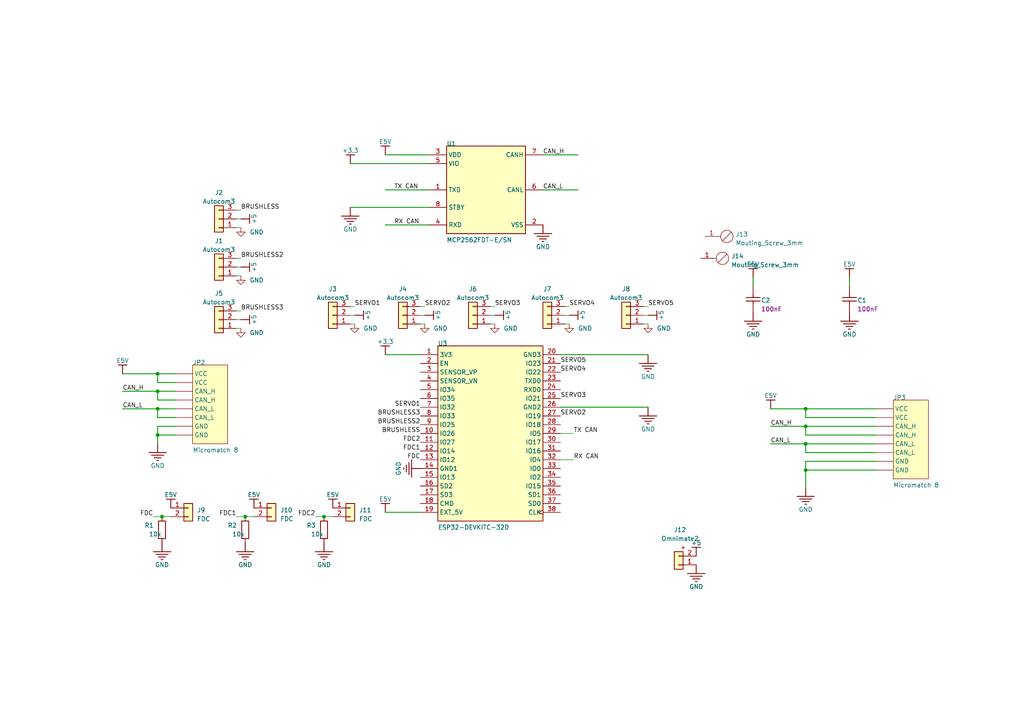
<source format=kicad_sch>
(kicad_sch (version 20230121) (generator eeschema)
  (paper "A4")
  (title_block (title "CaptCouleur") (rev "V0.0"))
  (lib_symbols
    (symbol "0_SymbGamelGe2:Autocom3" (pin_names (offset 1.016) hide)
      (property "Reference" "J" (at 0 5.08 0))
      (property "Value" "Autocom3" (at 0 -5.08 0))
      (symbol "Autocom3_1_1"
        (rectangle (start -1.27 -2.413) (end 0 -2.667) (stroke (width 0.1524)))
        (rectangle (start -1.27 0.127) (end 0 -0.127) (stroke (width 0.1524)))
        (rectangle (start -1.27 2.667) (end 0 2.413) (stroke (width 0.1524)))
        (rectangle (start -1.27 3.81) (end 1.27 -3.81) (stroke (width 0.254)) (fill (type background)))
        (pin passive line (at -5.08 2.54 0) (length 3.81) (name "Pin_1") (number "1"))
        (pin passive line (at -5.08 0 0) (length 3.81) (name "Pin_2") (number "2"))
        (pin passive line (at -5.08 -2.54 0) (length 3.81) (name "Pin_3") (number "3"))
      )
    )
    (symbol "0_SymbGamelGe2:Mouting_Screw_3mm" (pin_names (offset 1.016) hide)
      (property "Reference" "J" (at 0 2.54 0))
      (property "Value" "Mouting_Screw_3mm" (at 1.27 -2.54 0))
      (symbol "Mouting_Screw_3mm_0_1"
        (polyline (pts (xy 0 -1.27) (xy 2.54 1.27)))
        (circle (center 1.27 0) (radius 1.8034))
      )
      (symbol "Mouting_Screw_3mm_1_1"
        (polyline (pts (xy -1.27 0) (xy -0.508 0)) (stroke (width 0.1524)))
        (pin passive line (at -5.08 0 0) (length 3.81) (name "Pin_1") (number "1"))
      )
    )
    (symbol "0_SymbGamelGe2:Omnimate2" (pin_names (offset 1.016) hide)
      (property "Reference" "J" (at -1.27 2.54 0))
      (property "Value" "Omnimate2" (at 0 -5.08 0))
      (symbol "Omnimate2_0_0"
        (text "+" (at 1.27 2.54 0) (effects (font (size 1.27 1.27))))
      )
      (symbol "Omnimate2_1_1"
        (rectangle (start -1.27 1.27) (end 1.27 -3.81) (stroke (width 0.254)) (fill (type background)))
        (rectangle (start 0 -2.413) (end 1.27 -2.667) (stroke (width 0.1524)))
        (rectangle (start 0 0.127) (end 1.27 -0.127) (stroke (width 0.1524)))
        (pin passive line (at 5.08 -2.54 180) (length 3.81) (name "Pin_1") (number "1"))
        (pin passive line (at 5.08 0 180) (length 3.81) (name "Pin_2") (number "2"))
      )
    )
    (symbol "Schéma Carte Commande-altium-import:+5" (power)
      (property "Reference" "#PWR" (at 0 0 0))
      (property "Value" "+5" (at 0 3.81 0))
      (symbol "+5_0_0"
        (polyline (pts (xy -1.27 -2.54) (xy 1.27 -2.54)) (stroke (width 0.254)))
        (polyline (pts (xy 0 0) (xy 0 -2.54)) (stroke (width 0.254)))
        (pin power_in line (at 0 0 0) (length 0) hide (name "+5") (number ""))
      )
    )
    (symbol "Schéma Carte Commande-altium-import:GND" (power)
      (property "Reference" "#PWR" (at 0 0 0))
      (property "Value" "GND" (at 0 6.35 0))
      (symbol "GND_0_0"
        (polyline (pts (xy -2.54 -2.54) (xy 2.54 -2.54)) (stroke (width 0.254)))
        (polyline (pts (xy -1.778 -3.302) (xy 1.778 -3.302)) (stroke (width 0.254)))
        (polyline (pts (xy -1.016 -4.064) (xy 1.016 -4.064)) (stroke (width 0.254)))
        (polyline (pts (xy -0.254 -4.826) (xy 0.254 -4.826)) (stroke (width 0.254)))
        (polyline (pts (xy 0 0) (xy 0 -2.54)) (stroke (width 0.254)))
        (pin power_in line (at 0 0 0) (length 0) hide (name "GND") (number ""))
      )
    )
    (symbol "SymbGamelGe2_v6:Autocom2" (pin_names (offset 1.016) hide)
      (property "Reference" "J" (at 0 2.54 0))
      (property "Value" "Autocom2" (at 0 -5.08 0))
      (symbol "Autocom2_1_1"
        (rectangle (start -1.27 -2.413) (end 0 -2.667) (stroke (width 0.1524)))
        (rectangle (start -1.27 0.127) (end 0 -0.127) (stroke (width 0.1524)))
        (rectangle (start -1.27 1.27) (end 1.27 -3.81) (stroke (width 0.254)) (fill (type background)))
        (pin passive line (at -5.08 0 0) (length 3.81) (name "Pin_1") (number "1"))
        (pin passive line (at -5.08 -2.54 0) (length 3.81) (name "Pin_2") (number "2"))
      )
    )
    (symbol "SymbGamelGe2_v6:R" (pin_numbers hide) (pin_names (offset 0))
      (property "Reference" "R" (at 2.032 0 90))
      (property "Value" "R" (at 0 0 90))
      (symbol "R_0_1"
        (rectangle (start -1.016 -2.54) (end 1.016 2.54) (stroke (width 0.254)))
      )
      (symbol "R_1_1"
        (pin passive line (at 0 3.81 270) (length 1.27) (name "~") (number "1"))
        (pin passive line (at 0 -3.81 90) (length 1.27) (name "~") (number "2"))
      )
    )
    (symbol "WifiCAN-altium-import:+3,3" (power)
      (property "Reference" "#PWR" (at 0 0 0))
      (property "Value" "+3,3" (at 0 3.81 0))
      (symbol "+3,3_0_0"
        (polyline (pts (xy -1.27 -2.54) (xy 1.27 -2.54)) (stroke (width 0.254)))
        (polyline (pts (xy 0 0) (xy 0 -2.54)) (stroke (width 0.254)))
        (pin power_in line (at 0 0 0) (length 0) hide (name "+3,3") (number ""))
      )
    )
    (symbol "WifiCAN-altium-import:0_Conn. - CAN"
      (property "Value" "0_Conn. - CAN" (at 0 0 0))
      (symbol "0_Conn. - CAN_1_0"
        (rectangle (start 15.24 5.08) (end 5.08 -17.78) (fill (type background)))
        (pin passive line (at 0 0 0) (length 5.08) (name "VCC") (number "1"))
        (pin passive line (at 0 -12.7 0) (length 5.08) (name "GND") (number "2"))
        (pin passive line (at 0 -10.16 0) (length 5.08) (name "CAN_L") (number "3"))
        (pin passive line (at 0 -5.08 0) (length 5.08) (name "CAN_H") (number "4"))
        (pin passive line (at 0 -2.54 0) (length 5.08) (name "CAN_H") (number "5"))
        (pin passive line (at 0 -7.62 0) (length 5.08) (name "CAN_L") (number "6"))
        (pin passive line (at 0 -15.24 0) (length 5.08) (name "GND") (number "7"))
        (pin passive line (at 0 2.54 0) (length 5.08) (name "VCC") (number "8"))
      )
    )
    (symbol "WifiCAN-altium-import:0_ESP32-DEVKITC-32D"
      (property "Value" "0_ESP32-DEVKITC-32D" (at 0 0 0))
      (symbol "0_ESP32-DEVKITC-32D_1_0"
        (rectangle (start 15.24 25.4) (end -15.24 -25.4) (stroke (width 0.254)) (fill (type background)))
        (pin power_in line (at -20.32 22.86 0) (length 5.08) (name "3V3") (number "1"))
        (pin bidirectional line (at -20.32 0 0) (length 5.08) (name "IO26") (number "10"))
        (pin bidirectional line (at -20.32 -2.54 0) (length 5.08) (name "IO27") (number "11"))
        (pin bidirectional line (at -20.32 -5.08 0) (length 5.08) (name "IO14") (number "12"))
        (pin bidirectional line (at -20.32 -7.62 0) (length 5.08) (name "IO12") (number "13"))
        (pin power_in line (at -20.32 -10.16 0) (length 5.08) (name "GND1") (number "14"))
        (pin bidirectional line (at -20.32 -12.7 0) (length 5.08) (name "IO13") (number "15"))
        (pin bidirectional line (at -20.32 -15.24 0) (length 5.08) (name "SD2") (number "16"))
        (pin bidirectional line (at -20.32 -17.78 0) (length 5.08) (name "SD3") (number "17"))
        (pin bidirectional line (at -20.32 -20.32 0) (length 5.08) (name "CMD") (number "18"))
        (pin power_in line (at -20.32 -22.86 0) (length 5.08) (name "EXT_5V") (number "19"))
        (pin input line (at -20.32 20.32 0) (length 5.08) (name "EN") (number "2"))
        (pin power_in line (at 20.32 22.86 180) (length 5.08) (name "GND3") (number "20"))
        (pin bidirectional line (at 20.32 20.32 180) (length 5.08) (name "IO23") (number "21"))
        (pin bidirectional line (at 20.32 17.78 180) (length 5.08) (name "IO22") (number "22"))
        (pin output line (at 20.32 15.24 180) (length 5.08) (name "TXD0") (number "23"))
        (pin input line (at 20.32 12.7 180) (length 5.08) (name "RXD0") (number "24"))
        (pin bidirectional line (at 20.32 10.16 180) (length 5.08) (name "IO21") (number "25"))
        (pin power_in line (at 20.32 7.62 180) (length 5.08) (name "GND2") (number "26"))
        (pin bidirectional line (at 20.32 5.08 180) (length 5.08) (name "IO19") (number "27"))
        (pin bidirectional line (at 20.32 2.54 180) (length 5.08) (name "IO18") (number "28"))
        (pin bidirectional line (at 20.32 0 180) (length 5.08) (name "IO5") (number "29"))
        (pin input line (at -20.32 17.78 0) (length 5.08) (name "SENSOR_VP") (number "3"))
        (pin bidirectional line (at 20.32 -2.54 180) (length 5.08) (name "IO17") (number "30"))
        (pin bidirectional line (at 20.32 -5.08 180) (length 5.08) (name "IO16") (number "31"))
        (pin bidirectional line (at 20.32 -7.62 180) (length 5.08) (name "IO4") (number "32"))
        (pin bidirectional line (at 20.32 -10.16 180) (length 5.08) (name "IO0") (number "33"))
        (pin bidirectional line (at 20.32 -12.7 180) (length 5.08) (name "IO2") (number "34"))
        (pin bidirectional line (at 20.32 -15.24 180) (length 5.08) (name "IO15") (number "35"))
        (pin bidirectional line (at 20.32 -17.78 180) (length 5.08) (name "SD1") (number "36"))
        (pin bidirectional line (at 20.32 -20.32 180) (length 5.08) (name "SD0") (number "37"))
        (pin input clock (at 20.32 -22.86 180) (length 5.08) (name "CLK") (number "38"))
        (pin input line (at -20.32 15.24 0) (length 5.08) (name "SENSOR_VN") (number "4"))
        (pin bidirectional line (at -20.32 12.7 0) (length 5.08) (name "IO34") (number "5"))
        (pin bidirectional line (at -20.32 10.16 0) (length 5.08) (name "IO35") (number "6"))
        (pin bidirectional line (at -20.32 7.62 0) (length 5.08) (name "IO32") (number "7"))
        (pin bidirectional line (at -20.32 5.08 0) (length 5.08) (name "IO33") (number "8"))
        (pin bidirectional line (at -20.32 2.54 0) (length 5.08) (name "IO25") (number "9"))
      )
    )
    (symbol "WifiCAN-altium-import:0_fcb6c66e4429206983adab9201371df"
      (property "Value" "0_fcb6c66e4429206983adab9201371df" (at 0 0 0))
      (symbol "0_fcb6c66e4429206983adab9201371df_1_0"
        (rectangle (start 27.94 2.54) (end 5.08 -22.86) (stroke (width 0.254)) (fill (type background)))
        (pin input line (at 0 -10.16 0) (length 5.08) (name "TXD") (number "1"))
        (pin power_in line (at 33.02 -20.32 180) (length 5.08) (name "VSS") (number "2"))
        (pin power_in line (at 0 0 0) (length 5.08) (name "VDD") (number "3"))
        (pin output line (at 0 -20.32 0) (length 5.08) (name "RXD") (number "4"))
        (pin power_in line (at 0 -2.54 0) (length 5.08) (name "VIO") (number "5"))
        (pin bidirectional line (at 33.02 -10.16 180) (length 5.08) (name "CANL") (number "6"))
        (pin bidirectional line (at 33.02 0 180) (length 5.08) (name "CANH") (number "7"))
        (pin input line (at 0 -15.24 0) (length 5.08) (name "STBY") (number "8"))
      )
    )
    (symbol "WifiCAN-altium-import:1_Cap_np"
      (property "Value" "1_Cap_np" (at 0 0 0))
      (symbol "1_Cap_np_1_0"
        (polyline (pts (xy -2.032 4.318) (xy 2.032 4.318)) (stroke (width 0.254)))
        (polyline (pts (xy 0 2.54) (xy 0 3.302)) (stroke (width 0.254)))
        (polyline (pts (xy 0 5.08) (xy 0 4.318)) (stroke (width 0.254)))
        (polyline (pts (xy 2.032 3.302) (xy -2.032 3.302)) (stroke (width 0.254)))
        (pin passive line (at 0 0 90) (length 2.54) (name "1") (number "1"))
        (pin passive line (at 0 7.62 270) (length 2.54) (name "2") (number "2"))
      )
    )
    (symbol "WifiCAN-altium-import:E5V" (power)
      (property "Reference" "#PWR" (at 0 0 0))
      (property "Value" "E5V" (at 0 3.81 0))
      (symbol "E5V_0_0"
        (polyline (pts (xy -1.27 -2.54) (xy 1.27 -2.54)) (stroke (width 0.254)))
        (polyline (pts (xy 0 0) (xy 0 -2.54)) (stroke (width 0.254)))
        (pin power_in line (at 0 0 0) (length 0) hide (name "E5V") (number ""))
      )
    )
    (symbol "WifiCAN-altium-import:GND" (power)
      (property "Reference" "#PWR" (at 0 0 0))
      (property "Value" "GND" (at 0 6.35 0))
      (symbol "GND_0_0"
        (polyline (pts (xy -2.54 -2.54) (xy 2.54 -2.54)) (stroke (width 0.254)))
        (polyline (pts (xy -1.778 -3.302) (xy 1.778 -3.302)) (stroke (width 0.254)))
        (polyline (pts (xy -1.016 -4.064) (xy 1.016 -4.064)) (stroke (width 0.254)))
        (polyline (pts (xy -0.254 -4.826) (xy 0.254 -4.826)) (stroke (width 0.254)))
        (polyline (pts (xy 0 0) (xy 0 -2.54)) (stroke (width 0.254)))
        (pin power_in line (at 0 0 0) (length 0) hide (name "GND") (number ""))
      )
    )
    (symbol "power:GND" (power) (pin_names (offset 0))
      (property "Value" "GND" (at 0 -3.81 0))
      (symbol "GND_0_1"
        (polyline (pts (xy 0 0) (xy 0 -1.27) (xy 1.27 -1.27) (xy 0 -2.54) (xy -1.27 -1.27) (xy 0 -1.27)))
      )
      (symbol "GND_1_1"
        (pin power_in line (at 0 0 270) (length 0) hide (name "GND") (number "1"))
      )
    )
  )
  (junction (at 45.72 108.4072))
  (junction (at 233.68 118.5672))
  (junction (at 45.72 118.5672))
  (junction (at 233.68 123.6472))
  (junction (at 46.99 149.86))
  (junction (at 233.68 136.3472))
  (junction (at 71.12 149.86))
  (junction (at 45.72 113.4872))
  (junction (at 233.68 128.7272))
  (junction (at 45.72 126.1872))
  (junction (at 93.98 149.86))
  (wire (pts (xy 163.83 93.98) (xy 165.1 93.98)))
  (wire (pts (xy 111.76 44.9072) (xy 124.46 44.9072)) (stroke (width 0.254)))
  (wire (pts (xy 233.68 126.1872) (xy 233.68 123.6472)) (stroke (width 0.254)))
  (wire (pts (xy 45.72 123.6472) (xy 45.72 126.1872)) (stroke (width 0.254)))
  (wire (pts (xy 223.52 123.6472) (xy 233.68 123.6472)) (stroke (width 0.254)))
  (wire (pts (xy 46.99 149.86) (xy 49.53 149.86)))
  (wire (pts (xy 68.58 80.01) (xy 69.85 80.01)))
  (wire (pts (xy 121.92 93.98) (xy 123.19 93.98)))
  (wire (pts (xy 68.58 92.71) (xy 69.85 92.71)))
  (wire (pts (xy 233.68 121.1072) (xy 233.68 118.5672)) (stroke (width 0.254)))
  (wire (pts (xy 44.45 149.86) (xy 46.99 149.86)))
  (wire (pts (xy 101.6 91.44) (xy 102.87 91.44)))
  (wire (pts (xy 186.69 93.98) (xy 187.96 93.98)))
  (wire (pts (xy 45.72 108.4072) (xy 50.8 108.4072)) (stroke (width 0.254)))
  (wire (pts (xy 233.68 136.3472) (xy 233.68 141.4272)) (stroke (width 0.254)))
  (wire (pts (xy 246.38 80.4672) (xy 246.38 83.0072)) (stroke (width 0.254)))
  (wire (pts (xy 233.68 128.7272) (xy 254 128.7272)) (stroke (width 0.254)))
  (wire (pts (xy 121.92 91.44) (xy 123.19 91.44)))
  (wire (pts (xy 111.76 148.59) (xy 121.92 148.59)) (stroke (width 0.254)))
  (wire (pts (xy 233.68 123.6472) (xy 254 123.6472)) (stroke (width 0.254)))
  (wire (pts (xy 111.76 55.0672) (xy 124.46 55.0672)) (stroke (width 0.254)))
  (wire (pts (xy 45.72 126.1872) (xy 45.72 128.7272)) (stroke (width 0.254)))
  (wire (pts (xy 68.58 95.25) (xy 69.85 95.25)))
  (wire (pts (xy 254 126.1872) (xy 233.68 126.1872)) (stroke (width 0.254)))
  (wire (pts (xy 254 121.1072) (xy 233.68 121.1072)) (stroke (width 0.254)))
  (wire (pts (xy 35.56 108.4072) (xy 45.72 108.4072)) (stroke (width 0.254)))
  (wire (pts (xy 121.92 102.87) (xy 111.76 102.87)) (stroke (width 0.254)))
  (wire (pts (xy 68.58 63.5) (xy 69.85 63.5)))
  (wire (pts (xy 186.69 91.44) (xy 187.96 91.44)))
  (wire (pts (xy 101.6 47.4472) (xy 124.46 47.4472)) (stroke (width 0.254)))
  (wire (pts (xy 101.6 93.98) (xy 102.87 93.98)))
  (wire (pts (xy 163.83 91.44) (xy 165.1 91.44)))
  (wire (pts (xy 35.56 113.4872) (xy 45.72 113.4872)) (stroke (width 0.254)))
  (wire (pts (xy 68.58 77.47) (xy 69.85 77.47)))
  (wire (pts (xy 101.6 88.9) (xy 102.87 88.9)))
  (wire (pts (xy 101.6 60.1472) (xy 124.46 60.1472)) (stroke (width 0.254)))
  (wire (pts (xy 162.56 133.35) (xy 166.37 133.35)))
  (wire (pts (xy 91.44 149.86) (xy 93.98 149.86)))
  (wire (pts (xy 187.96 118.11) (xy 162.56 118.11)) (stroke (width 0.254)))
  (wire (pts (xy 142.24 91.44) (xy 143.51 91.44)))
  (wire (pts (xy 223.52 128.7272) (xy 233.68 128.7272)) (stroke (width 0.254)))
  (wire (pts (xy 121.92 88.9) (xy 123.19 88.9)))
  (wire (pts (xy 162.56 102.87) (xy 187.96 102.87)) (stroke (width 0.254)))
  (wire (pts (xy 162.56 125.73) (xy 166.37 125.73)))
  (wire (pts (xy 233.68 133.8072) (xy 233.68 136.3472)) (stroke (width 0.254)))
  (wire (pts (xy 254 131.2672) (xy 233.68 131.2672)) (stroke (width 0.254)))
  (wire (pts (xy 68.58 149.86) (xy 71.12 149.86)))
  (wire (pts (xy 93.98 149.86) (xy 96.52 149.86)))
  (wire (pts (xy 50.8 121.1072) (xy 45.72 121.1072)) (stroke (width 0.254)))
  (wire (pts (xy 186.69 88.9) (xy 187.96 88.9)))
  (wire (pts (xy 45.72 116.0272) (xy 45.72 113.4872)) (stroke (width 0.254)))
  (wire (pts (xy 50.8 116.0272) (xy 45.72 116.0272)) (stroke (width 0.254)))
  (wire (pts (xy 45.72 113.4872) (xy 50.8 113.4872)) (stroke (width 0.254)))
  (wire (pts (xy 35.56 118.5672) (xy 45.72 118.5672)) (stroke (width 0.254)))
  (wire (pts (xy 233.68 118.5672) (xy 254 118.5672)) (stroke (width 0.254)))
  (wire (pts (xy 50.8 126.1872) (xy 45.72 126.1872)) (stroke (width 0.254)))
  (wire (pts (xy 50.8 123.6472) (xy 45.72 123.6472)) (stroke (width 0.254)))
  (wire (pts (xy 50.8 110.9472) (xy 45.72 110.9472)) (stroke (width 0.254)))
  (wire (pts (xy 45.72 110.9472) (xy 45.72 108.4072)) (stroke (width 0.254)))
  (wire (pts (xy 68.58 90.17) (xy 69.85 90.17)))
  (wire (pts (xy 223.52 118.5672) (xy 233.68 118.5672)) (stroke (width 0.254)))
  (wire (pts (xy 233.68 131.2672) (xy 233.68 128.7272)) (stroke (width 0.254)))
  (wire (pts (xy 254 136.3472) (xy 233.68 136.3472)) (stroke (width 0.254)))
  (wire (pts (xy 218.44 80.4672) (xy 218.44 83.0072)) (stroke (width 0.254)))
  (wire (pts (xy 167.64 44.9072) (xy 157.48 44.9072)) (stroke (width 0.254)))
  (wire (pts (xy 163.83 88.9) (xy 165.1 88.9)))
  (wire (pts (xy 71.12 149.86) (xy 73.66 149.86)))
  (wire (pts (xy 142.24 88.9) (xy 143.51 88.9)))
  (wire (pts (xy 167.64 55.0672) (xy 157.48 55.0672)) (stroke (width 0.254)))
  (wire (pts (xy 45.72 121.1072) (xy 45.72 118.5672)) (stroke (width 0.254)))
  (wire (pts (xy 68.58 66.04) (xy 69.85 66.04)))
  (wire (pts (xy 68.58 74.93) (xy 69.85 74.93)))
  (wire (pts (xy 68.58 60.96) (xy 69.85 60.96)))
  (wire (pts (xy 254 133.8072) (xy 233.68 133.8072)) (stroke (width 0.254)))
  (wire (pts (xy 45.72 118.5672) (xy 50.8 118.5672)) (stroke (width 0.254)))
  (wire (pts (xy 111.76 65.2272) (xy 124.46 65.2272)) (stroke (width 0.254)))
  (wire (pts (xy 142.24 93.98) (xy 143.51 93.98)))
  (label "BRUSHLESS" (at 121.92 125.73 180))
  (label "BRUSHLESS2" (at 121.92 123.19 180))
  (label "SERVO4" (at 165.1 88.9 0))
  (label "CAN_H" (at 223.52 123.6472 0))
  (label "SERVO1" (at 121.92 118.11 180))
  (label "SERVO5" (at 187.96 88.9 0))
  (label "SERVO2" (at 123.19 88.9 0))
  (label "SERVO4" (at 162.56 107.95 0))
  (label "CAN_L" (at 223.52 128.7272 0))
  (label "FDC" (at 121.92 133.35 180))
  (label "BRUSHLESS3" (at 121.92 120.65 180))
  (label "SERVO2" (at 162.56 120.65 0))
  (label "TX CAN" (at 166.37 125.73 0))
  (label "CAN_L" (at 157.48 55.0672 0))
  (label "SERVO3" (at 143.51 88.9 0))
  (label "RX CAN" (at 166.37 133.35 0))
  (label "TX CAN" (at 114.3 55.0672 0))
  (label "FDC2" (at 91.44 149.86 180))
  (label "CAN_H" (at 35.56 113.4872 0))
  (label "FDC1" (at 68.58 149.86 180))
  (label "BRUSHLESS3" (at 69.85 90.17 0))
  (label "CAN_L" (at 35.56 118.5672 0))
  (label "FDC" (at 44.45 149.86 180))
  (label "SERVO1" (at 102.87 88.9 0))
  (label "RX CAN" (at 114.3 65.2272 0))
  (label "SERVO5" (at 162.56 105.41 0))
  (label "BRUSHLESS" (at 69.85 60.96 0))
  (label "FDC1" (at 121.92 130.81 180))
  (label "CAN_H" (at 157.48 44.9072 0))
  (label "SERVO3" (at 162.56 115.57 0))
  (label "BRUSHLESS2" (at 69.85 74.93 0))
  (label "FDC2" (at 121.92 128.27 180))
  (symbol (lib_id "WifiCAN-altium-import:0_Conn. - CAN") (at 254 121.1072 0) (unit 1)
    (property "Reference" "JP3" (at 259.08 116.0272 0) (effects (justify left bottom)))
    (property "Value" "Micromatch 8" (at 259.08 141.4272 0) (effects (justify left bottom)))
    (property "Footprint" "MM 8 CMS F" (effects hide))
    (property "COMPONENTLINK1URL" "http://www.tycoelectronics.com/commerce/DocumentDelivery/DDEController?Action=srchrtrv&DocNm=215083&DocType=Customer+Drawing&DocLang=English" (effects hide))
    (property "COMPONENTLINK1DESCRIPTION" "Datasheet" (effects hide))
    (property "SUPPLIER 1" "Farnell" (effects hide))
    (property "SUPPLIER PART NUMBER 1" "3784733" (effects hide))
    (property "MANUFACTURER" "TE CONNECTIVITY / AMP" (effects hide))
    (property "MANUFACTURER PART NUMBER" "7-188275-8" (effects hide))
    (property "ROHS" "YES" (effects hide))
    (property "STOCK 1" "13392" (effects hide))
    (property "PRICING 1" "10=0,92, 250=0,72, 900=0,64 (EUR)" (effects hide))
    (property "SÉRIE" "Micro-MaTch" (effects hide))
    (property "PAS" "1.27" (effects hide))
    (property "NOMBRE DE RANGÉES" "1" (effects hide))
    (property "NOMBRE DE CONTACTS" "8" (effects hide))
    (property "GENRE" "Embase" (effects hide))
    (property "TERMINAISON DU CONTACT" "Montage en surface vertical" (effects hide))
    (property "PLAQUAGE DU CONTACT" "Tin" (effects hide))
    (property "MATÉRIAU DU CONTACT" "Bronze phosphoreux" (effects hide))
    (property "CONNECTOR TYPE" "Board to Board" (effects hide))
    (property "COURANT DE CONTACT" "1.5" (effects hide))
    (property "MATIÈRE, CONTACT" "Bronze phosphoreux" (effects hide))
    (property "MÉTHODE DE TERMINAISON" "Solder" (effects hide))
    (property "NOMBRE DE PÂLES" "8" (effects hide))
    (property "NOMBRE DE VOIES" "8" (effects hide))
    (property "NUMÉRO AWG MAX.." "28" (effects hide))
    (property "PLAQUAGE CONTACT" "Etain / Plomb" (effects hide))
    (property "RÉSISTANCE, CONTACT" "50" (effects hide))
    (property "TEMPÉRATURE DE FONCTIONNEMENT MAX.." "105" (effects hide))
    (property "TEMPÉRATURE D'UTILISATION MIN" "-40" (effects hide))
    (property "TENSION C.A." "230" (effects hide))
    (property "TYPE DE BOITIER" "Polyester chargé verre" (effects hide))
    (property "TYPE DE CONNECTEUR" "Carte-à-carte" (effects hide))
    (property "COMPONENTLINK2URL" "http://www.tycoelectronics.com/commerce/DocumentDelivery/DDEController?Action=srchrtrv&DocNm=7-188275-8&DocType=Customer+View+Model&DocLang=English" (effects hide))
    (property "COMPONENTLINK2DESCRIPTION" "http://www.tycoelectronics.com/commerce/DocumentDelivery/DDEController?Action=srchrtrv&DocNm=7-188275-8&DocType=Customer+View+Model&DocLang=English" (effects hide))
    (property "COMPONENTLINK3URL" "http://www.farnell.com/datasheets/102135.pdf" (effects hide))
    (property "COMPONENTLINK3DESCRIPTION" "http://www.farnell.com/datasheets/102135.pdf" (effects hide))
  )
  (symbol (lib_id "WifiCAN-altium-import:E5V") (at 73.66 147.32 180) (unit 1)
    (property "Reference" "#PWR020" (effects hide))
    (property "Value" "E5V" (at 73.66 143.51 0))
  )
  (symbol (lib_id "SymbGamelGe2_v6:Autocom2") (at 78.74 147.32 0) (unit 1)
    (property "Reference" "J10" (at 81.28 147.955 0) (effects (justify left)))
    (property "Value" "FDC" (at 81.28 150.495 0) (effects (justify left)))
    (property "Footprint" "FootprintGamelGe2:Autocom2" (effects hide))
  )
  (symbol (lib_id "0_SymbGamelGe2:Omnimate2") (at 196.85 161.29 0) (unit 1)
    (property "Reference" "J12" (at 197.2153 153.67 0))
    (property "Value" "Omnimate2" (at 197.2153 156.21 0))
    (property "Footprint" "FootprintGamelGe2:OmnimateSL-5,08_1x02_P5.08mm_Vertical" (effects hide))
  )
  (symbol (lib_id "Schéma Carte Commande-altium-import:+5") (at 123.19 91.44 90) (unit 1)
    (property "Reference" "#PWR012" (effects hide))
    (property "Value" "+5" (at 127 91.44 0))
  )
  (symbol (lib_id "Schéma Carte Commande-altium-import:+5") (at 102.87 91.44 90) (unit 1)
    (property "Reference" "#PWR010" (effects hide))
    (property "Value" "+5" (at 106.68 91.44 0))
  )
  (symbol (lib_id "WifiCAN-altium-import:GND") (at 121.92 135.89 270) (unit 1)
    (property "Reference" "#PWR01" (effects hide))
    (property "Value" "GND" (at 115.57 135.89 0))
  )
  (symbol (lib_id "WifiCAN-altium-import:GND") (at 187.96 118.11 0) (unit 1)
    (property "Reference" "#PWR0114" (effects hide))
    (property "Value" "GND" (at 187.96 124.46 0))
  )
  (symbol (lib_id "0_SymbGamelGe2:Mouting_Screw_3mm") (at 208.28 74.93 0) (unit 1)
    (property "Reference" "J14" (at 212.09 74.295 0) (effects (justify left)))
    (property "Value" "Mouting_Screw_3mm" (at 212.09 76.835 0) (effects (justify left)))
    (property "Footprint" "FootprintGamelGe2:Mouting_Screw_3mm" (effects hide))
  )
  (symbol (lib_id "0_SymbGamelGe2:Mouting_Screw_3mm") (at 209.55 68.58 0) (unit 1)
    (property "Reference" "J13" (at 213.36 67.945 0) (effects (justify left)))
    (property "Value" "Mouting_Screw_3mm" (at 213.36 70.485 0) (effects (justify left)))
    (property "Footprint" "FootprintGamelGe2:Mouting_Screw_3mm" (effects hide))
  )
  (symbol (lib_id "power:GND") (at 69.85 95.25 0) (unit 1)
    (property "Reference" "#PWR09" (effects hide))
    (property "Value" "GND" (at 72.39 96.5199 0) (effects (justify left)))
  )
  (symbol (lib_id "power:GND") (at 187.96 93.98 0) (unit 1)
    (property "Reference" "#PWR015" (effects hide))
    (property "Value" "GND" (at 190.5 95.2499 0) (effects (justify left)))
  )
  (symbol (lib_id "0_SymbGamelGe2:Autocom3") (at 63.5 77.47 180) (unit 1)
    (property "Reference" "J1" (at 63.5 69.85 0))
    (property "Value" "Autocom3" (at 63.5 72.39 0))
    (property "Footprint" "FootprintGamelGe2:Autocom3" (effects hide))
  )
  (symbol (lib_id "0_SymbGamelGe2:Autocom3") (at 137.16 91.44 180) (unit 1)
    (property "Reference" "J6" (at 137.16 83.82 0))
    (property "Value" "Autocom3" (at 137.16 86.36 0))
    (property "Footprint" "FootprintGamelGe2:Autocom3" (effects hide))
  )
  (symbol (lib_id "WifiCAN-altium-import:GND") (at 218.44 90.6272 0) (unit 1)
    (property "Reference" "#PWR0103" (effects hide))
    (property "Value" "GND" (at 218.44 96.9772 0))
  )
  (symbol (lib_id "Schéma Carte Commande-altium-import:GND") (at 93.98 157.48 0) (unit 1)
    (property "Reference" "#PWR021" (effects hide))
    (property "Value" "GND" (at 93.98 163.83 0))
  )
  (symbol (lib_id "Schéma Carte Commande-altium-import:GND") (at 46.99 157.48 0) (unit 1)
    (property "Reference" "#PWR017" (effects hide))
    (property "Value" "GND" (at 46.99 163.83 0))
  )
  (symbol (lib_id "WifiCAN-altium-import:+3,3") (at 111.76 102.87 180) (unit 1)
    (property "Reference" "#PWR0116" (effects hide))
    (property "Value" "+3,3" (at 111.76 99.06 0))
  )
  (symbol (lib_id "WifiCAN-altium-import:GND") (at 246.38 90.6272 0) (unit 1)
    (property "Reference" "#PWR0105" (effects hide))
    (property "Value" "GND" (at 246.38 96.9772 0))
  )
  (symbol (lib_id "SymbGamelGe2_v6:R") (at 71.12 153.67 0) (unit 1)
    (property "Reference" "R2" (at 66.04 152.4 0) (effects (justify left)))
    (property "Value" "10k" (at 67.31 154.94 0) (effects (justify left)))
    (property "Footprint" "FootprintGamelGe2_v6:R_Axial_DIN0207_L6.3mm_D2.5mm_P10.16mm_Horizontal" (effects hide))
  )
  (symbol (lib_id "WifiCAN-altium-import:E5V") (at 49.53 147.32 180) (unit 1)
    (property "Reference" "#PWR02" (effects hide))
    (property "Value" "E5V" (at 49.53 143.51 0))
  )
  (symbol (lib_id "power:GND") (at 123.19 93.98 0) (unit 1)
    (property "Reference" "#PWR05" (effects hide))
    (property "Value" "GND" (at 125.73 95.2499 0) (effects (justify left)))
  )
  (symbol (lib_id "WifiCAN-altium-import:E5V") (at 111.76 148.59 180) (unit 1)
    (property "Reference" "#PWR0118" (effects hide))
    (property "Value" "E5V" (at 111.76 144.78 0))
  )
  (symbol (lib_id "power:GND") (at 165.1 93.98 0) (unit 1)
    (property "Reference" "#PWR013" (effects hide))
    (property "Value" "GND" (at 167.64 95.2499 0) (effects (justify left)))
  )
  (symbol (lib_id "WifiCAN-altium-import:+3,3") (at 101.6 47.4472 180) (unit 1)
    (property "Reference" "#PWR0109" (effects hide))
    (property "Value" "+3,3" (at 101.6 43.6372 0))
  )
  (symbol (lib_id "power:GND") (at 143.51 93.98 0) (unit 1)
    (property "Reference" "#PWR011" (effects hide))
    (property "Value" "GND" (at 146.05 95.2499 0) (effects (justify left)))
  )
  (symbol (lib_id "Schéma Carte Commande-altium-import:+5") (at 69.85 63.5 90) (unit 1)
    (property "Reference" "#PWR04" (effects hide))
    (property "Value" "+5" (at 73.66 63.5 0))
  )
  (symbol (lib_id "0_SymbGamelGe2:Autocom3") (at 116.84 91.44 180) (unit 1)
    (property "Reference" "J4" (at 116.84 83.82 0))
    (property "Value" "Autocom3" (at 116.84 86.36 0))
    (property "Footprint" "FootprintGamelGe2:Autocom3" (effects hide))
  )
  (symbol (lib_id "WifiCAN-altium-import:E5V") (at 96.52 147.32 180) (unit 1)
    (property "Reference" "#PWR022" (effects hide))
    (property "Value" "E5V" (at 96.52 143.51 0))
  )
  (symbol (lib_id "WifiCAN-altium-import:GND") (at 233.68 141.4272 0) (unit 1)
    (property "Reference" "#PWR0101" (effects hide))
    (property "Value" "GND" (at 233.68 147.7772 0))
  )
  (symbol (lib_id "WifiCAN-altium-import:0_fcb6c66e4429206983adab9201371df") (at 124.46 44.9072 0) (unit 1)
    (property "Reference" "U1" (at 129.54 42.3672 0) (effects (justify left bottom)))
    (property "Value" "MCP2562FDT-E/SN" (at 129.54 70.3072 0) (effects (justify left bottom)))
    (property "Footprint" "FP-C04-057-SN-MFG" (effects hide))
    (property "WEIGHT" "0.019048oz" (effects hide))
    (property "PACKAGE QUANTITY" "3300" (effects hide))
    (property "CASE/PACKAGE" "SOIC" (effects hide))
    (property "OPERATING SUPPLY CURRENT" "70mA" (effects hide))
    (property "MOUNT" "Surface Mount" (effects hide))
    (property "DATA RATE" "8Mbps" (effects hide))
    (property "NUMBER OF TRANSCEIVERS" "1" (effects hide))
    (property "MAX OPERATING TEMPERATURE" "125°C" (effects hide))
    (property "MIN OPERATING TEMPERATURE" "-40°C" (effects hide))
    (property "RECEIVER HYSTERESIS" "200mV" (effects hide))
    (property "PACKAGING" "Tape and Reel" (effects hide))
    (property "MAX SUPPLY VOLTAGE" "5.5V" (effects hide))
    (property "NUMBER OF PINS" "8" (effects hide))
    (property "MIN SUPPLY VOLTAGE" "4.5V" (effects hide))
  )
  (symbol (lib_id "0_SymbGamelGe2:Autocom3") (at 181.61 91.44 180) (unit 1)
    (property "Reference" "J8" (at 181.61 83.82 0))
    (property "Value" "Autocom3" (at 181.61 86.36 0))
    (property "Footprint" "FootprintGamelGe2:Autocom3" (effects hide))
  )
  (symbol (lib_id "WifiCAN-altium-import:0_ESP32-DEVKITC-32D") (at 142.24 125.73 0) (unit 1)
    (property "Reference" "U3" (at 127 100.33 0) (effects (justify left bottom)))
    (property "Value" "ESP32-DEVKITC-32D" (at 127 153.67 0) (effects (justify left bottom)))
    (property "Footprint" "MODULE_ESP32-DEVKITC-32D" (effects hide))
    (property "ALTIUM_VALUE" "*" (effects hide))
    (property "MP" "ESP32-DEVKITC-32D" (effects hide))
    (property "PRICE" "None" (effects hide))
    (property "CHECK_PRICES" "https://www.snapeda.com/parts/ESP32-DEVKITC-32D/Espressif%20Systems/view-part/2777395/?ref=eda" (effects hide))
    (property "MF" "Espressif Systems" (effects hide))
    (property "SNAPEDA_LINK" "https://www.snapeda.com/parts/ESP32-DEVKITC-32D/Espressif%20Systems/view-part/2777395/?ref=snap" (effects hide))
    (property "AVAILABILITY" "Warning" (effects hide))
    (property "PURCHASE-URL" "https://pricing.snapeda.com/search/part/ESP32-DEVKITC-32D/?ref=eda" (effects hide))
    (property "PACKAGE" "None" (effects hide))
  )
  (symbol (lib_id "WifiCAN-altium-import:GND") (at 157.48 65.2272 0) (unit 1)
    (property "Reference" "#PWR0112" (effects hide))
    (property "Value" "GND" (at 157.48 71.5772 0))
  )
  (symbol (lib_id "power:GND") (at 69.85 80.01 0) (unit 1)
    (property "Reference" "#PWR07" (effects hide))
    (property "Value" "GND" (at 72.39 81.2799 0) (effects (justify left)))
  )
  (symbol (lib_id "WifiCAN-altium-import:GND") (at 201.93 163.83 0) (unit 1)
    (property "Reference" "#PWR023" (effects hide))
    (property "Value" "GND" (at 201.93 170.18 0))
  )
  (symbol (lib_id "WifiCAN-altium-import:E5V") (at 246.38 80.4672 180) (unit 1)
    (property "Reference" "#PWR0106" (effects hide))
    (property "Value" "E5V" (at 246.38 76.6572 0))
  )
  (symbol (lib_id "SymbGamelGe2_v6:Autocom2") (at 54.61 147.32 0) (unit 1)
    (property "Reference" "J9" (at 57.15 147.955 0) (effects (justify left)))
    (property "Value" "FDC" (at 57.15 150.495 0) (effects (justify left)))
    (property "Footprint" "FootprintGamelGe2:Autocom2" (effects hide))
  )
  (symbol (lib_id "WifiCAN-altium-import:0_Conn. - CAN") (at 50.8 110.9472 0) (unit 1)
    (property "Reference" "JP2" (at 55.88 105.8672 0) (effects (justify left bottom)))
    (property "Value" "Micromatch 8" (at 55.88 131.2672 0) (effects (justify left bottom)))
    (property "Footprint" "MM 8 CMS F" (effects hide))
    (property "COMPONENTLINK1URL" "http://www.tycoelectronics.com/commerce/DocumentDelivery/DDEController?Action=srchrtrv&DocNm=215083&DocType=Customer+Drawing&DocLang=English" (effects hide))
    (property "COMPONENTLINK1DESCRIPTION" "Datasheet" (effects hide))
    (property "SUPPLIER 1" "Farnell" (effects hide))
    (property "SUPPLIER PART NUMBER 1" "3784733" (effects hide))
    (property "MANUFACTURER" "TE CONNECTIVITY / AMP" (effects hide))
    (property "MANUFACTURER PART NUMBER" "7-188275-8" (effects hide))
    (property "ROHS" "YES" (effects hide))
    (property "STOCK 1" "13392" (effects hide))
    (property "PRICING 1" "10=0,92, 250=0,72, 900=0,64 (EUR)" (effects hide))
    (property "SÉRIE" "Micro-MaTch" (effects hide))
    (property "PAS" "1.27" (effects hide))
    (property "NOMBRE DE RANGÉES" "1" (effects hide))
    (property "NOMBRE DE CONTACTS" "8" (effects hide))
    (property "GENRE" "Embase" (effects hide))
    (property "TERMINAISON DU CONTACT" "Montage en surface vertical" (effects hide))
    (property "PLAQUAGE DU CONTACT" "Tin" (effects hide))
    (property "MATÉRIAU DU CONTACT" "Bronze phosphoreux" (effects hide))
    (property "CONNECTOR TYPE" "Board to Board" (effects hide))
    (property "COURANT DE CONTACT" "1.5" (effects hide))
    (property "MATIÈRE, CONTACT" "Bronze phosphoreux" (effects hide))
    (property "MÉTHODE DE TERMINAISON" "Solder" (effects hide))
    (property "NOMBRE DE PÂLES" "8" (effects hide))
    (property "NOMBRE DE VOIES" "8" (effects hide))
    (property "NUMÉRO AWG MAX.." "28" (effects hide))
    (property "PLAQUAGE CONTACT" "Etain / Plomb" (effects hide))
    (property "RÉSISTANCE, CONTACT" "50" (effects hide))
    (property "TEMPÉRATURE DE FONCTIONNEMENT MAX.." "105" (effects hide))
    (property "TEMPÉRATURE D'UTILISATION MIN" "-40" (effects hide))
    (property "TENSION C.A." "230" (effects hide))
    (property "TYPE DE BOITIER" "Polyester chargé verre" (effects hide))
    (property "TYPE DE CONNECTEUR" "Carte-à-carte" (effects hide))
    (property "COMPONENTLINK2URL" "http://www.tycoelectronics.com/commerce/DocumentDelivery/DDEController?Action=srchrtrv&DocNm=7-188275-8&DocType=Customer+View+Model&DocLang=English" (effects hide))
    (property "COMPONENTLINK2DESCRIPTION" "http://www.tycoelectronics.com/commerce/DocumentDelivery/DDEController?Action=srchrtrv&DocNm=7-188275-8&DocType=Customer+View+Model&DocLang=English" (effects hide))
    (property "COMPONENTLINK3URL" "http://www.farnell.com/datasheets/102135.pdf" (effects hide))
    (property "COMPONENTLINK3DESCRIPTION" "http://www.farnell.com/datasheets/102135.pdf" (effects hide))
  )
  (symbol (lib_id "power:GND") (at 69.85 66.04 0) (unit 1)
    (property "Reference" "#PWR0117" (effects hide))
    (property "Value" "GND" (at 72.39 67.3099 0) (effects (justify left)))
  )
  (symbol (lib_id "WifiCAN-altium-import:E5V") (at 111.76 44.9072 180) (unit 1)
    (property "Reference" "#PWR0111" (effects hide))
    (property "Value" "E5V" (at 111.76 41.0972 0))
  )
  (symbol (lib_id "0_SymbGamelGe2:Autocom3") (at 158.75 91.44 180) (unit 1)
    (property "Reference" "J7" (at 158.75 83.82 0))
    (property "Value" "Autocom3" (at 158.75 86.36 0))
    (property "Footprint" "FootprintGamelGe2:Autocom3" (effects hide))
  )
  (symbol (lib_id "WifiCAN-altium-import:GND") (at 187.96 102.87 0) (unit 1)
    (property "Reference" "#PWR0115" (effects hide))
    (property "Value" "GND" (at 187.96 109.22 0))
  )
  (symbol (lib_id "0_SymbGamelGe2:Autocom3") (at 96.52 91.44 180) (unit 1)
    (property "Reference" "J3" (at 96.52 83.82 0))
    (property "Value" "Autocom3" (at 96.52 86.36 0))
    (property "Footprint" "FootprintGamelGe2:Autocom3" (effects hide))
  )
  (symbol (lib_id "WifiCAN-altium-import:E5V") (at 35.56 108.4072 180) (unit 1)
    (property "Reference" "#PWR0107" (effects hide))
    (property "Value" "E5V" (at 35.56 104.5972 0))
  )
  (symbol (lib_id "Schéma Carte Commande-altium-import:+5") (at 69.85 92.71 90) (unit 1)
    (property "Reference" "#PWR08" (effects hide))
    (property "Value" "+5" (at 73.66 92.71 0))
  )
  (symbol (lib_id "WifiCAN-altium-import:E5V") (at 223.52 118.5672 180) (unit 1)
    (property "Reference" "#PWR0104" (effects hide))
    (property "Value" "E5V" (at 223.52 114.7572 0))
  )
  (symbol (lib_id "WifiCAN-altium-import:1_Cap_np") (at 246.38 90.6272 0) (unit 1)
    (property "Reference" "C1" (at 248.666 87.8332 0) (effects (justify left bottom)))
    (property "Value" "${ALTIUM_VALUE}" (effects hide))
    (property "Footprint" "0603-C" (effects hide))
    (property "PUBLISHED" "8-Jun-2000" (effects hide))
    (property "REVISION" "July-2002: Re-released for DXP Platform." (effects hide))
    (property "PUBLISHER" "Altium Limited" (effects hide))
    (property "SUPPLIER 1" "Farnell" (effects hide))
    (property "SUPPLIER PART NUMBER 1" "1760085" (effects hide))
    (property "ALTIUM_VALUE" "100nF" (at 248.666 90.3732 0) (effects (justify left bottom)))
  )
  (symbol (lib_id "Schéma Carte Commande-altium-import:+5") (at 165.1 91.44 90) (unit 1)
    (property "Reference" "#PWR016" (effects hide))
    (property "Value" "+5" (at 168.91 91.44 0))
  )
  (symbol (lib_id "0_SymbGamelGe2:Autocom3") (at 63.5 63.5 180) (unit 1)
    (property "Reference" "J2" (at 63.5 55.88 0))
    (property "Value" "Autocom3" (at 63.5 58.42 0))
    (property "Footprint" "FootprintGamelGe2:Autocom3" (effects hide))
  )
  (symbol (lib_id "Schéma Carte Commande-altium-import:GND") (at 71.12 157.48 0) (unit 1)
    (property "Reference" "#PWR019" (effects hide))
    (property "Value" "GND" (at 71.12 163.83 0))
  )
  (symbol (lib_id "Schéma Carte Commande-altium-import:+5") (at 187.96 91.44 90) (unit 1)
    (property "Reference" "#PWR018" (effects hide))
    (property "Value" "+5" (at 191.77 91.44 0))
  )
  (symbol (lib_id "SymbGamelGe2_v6:R") (at 46.99 153.67 0) (unit 1)
    (property "Reference" "R1" (at 41.91 152.4 0) (effects (justify left)))
    (property "Value" "10k" (at 43.18 154.94 0) (effects (justify left)))
    (property "Footprint" "FootprintGamelGe2_v6:R_Axial_DIN0207_L6.3mm_D2.5mm_P10.16mm_Horizontal" (effects hide))
  )
  (symbol (lib_id "SymbGamelGe2_v6:R") (at 93.98 153.67 0) (unit 1)
    (property "Reference" "R3" (at 88.9 152.4 0) (effects (justify left)))
    (property "Value" "10k" (at 90.17 154.94 0) (effects (justify left)))
    (property "Footprint" "FootprintGamelGe2_v6:R_Axial_DIN0207_L6.3mm_D2.5mm_P10.16mm_Horizontal" (effects hide))
  )
  (symbol (lib_id "power:GND") (at 102.87 93.98 0) (unit 1)
    (property "Reference" "#PWR03" (effects hide))
    (property "Value" "GND" (at 105.41 95.2499 0) (effects (justify left)))
  )
  (symbol (lib_id "WifiCAN-altium-import:E5V") (at 218.44 80.4672 180) (unit 1)
    (property "Reference" "#PWR0102" (effects hide))
    (property "Value" "E5V" (at 218.44 76.6572 0))
  )
  (symbol (lib_id "WifiCAN-altium-import:1_Cap_np") (at 218.44 90.6272 0) (unit 1)
    (property "Reference" "C2" (at 220.726 87.8332 0) (effects (justify left bottom)))
    (property "Value" "${ALTIUM_VALUE}" (effects hide))
    (property "Footprint" "0603-C" (effects hide))
    (property "PUBLISHED" "8-Jun-2000" (effects hide))
    (property "REVISION" "July-2002: Re-released for DXP Platform." (effects hide))
    (property "PUBLISHER" "Altium Limited" (effects hide))
    (property "SUPPLIER 1" "Farnell" (effects hide))
    (property "SUPPLIER PART NUMBER 1" "1760085" (effects hide))
    (property "ALTIUM_VALUE" "100nF" (at 220.726 90.3732 0) (effects (justify left bottom)))
  )
  (symbol (lib_id "Schéma Carte Commande-altium-import:+5") (at 69.85 77.47 90) (unit 1)
    (property "Reference" "#PWR06" (effects hide))
    (property "Value" "+5" (at 73.66 77.47 0))
  )
  (symbol (lib_id "Schéma Carte Commande-altium-import:+5") (at 201.93 161.29 180) (unit 1)
    (property "Reference" "#PWR024" (effects hide))
    (property "Value" "+5" (at 201.93 157.48 0))
  )
  (symbol (lib_id "WifiCAN-altium-import:GND") (at 101.6 60.1472 0) (unit 1)
    (property "Reference" "#PWR0110" (effects hide))
    (property "Value" "GND" (at 101.6 66.4972 0))
  )
  (symbol (lib_id "Schéma Carte Commande-altium-import:+5") (at 143.51 91.44 90) (unit 1)
    (property "Reference" "#PWR014" (effects hide))
    (property "Value" "+5" (at 147.32 91.44 0))
  )
  (symbol (lib_id "WifiCAN-altium-import:GND") (at 45.72 128.7272 0) (unit 1)
    (property "Reference" "#PWR0108" (effects hide))
    (property "Value" "GND" (at 45.72 135.0772 0))
  )
  (symbol (lib_id "0_SymbGamelGe2:Autocom3") (at 63.5 92.71 180) (unit 1)
    (property "Reference" "J5" (at 63.5 85.09 0))
    (property "Value" "Autocom3" (at 63.5 87.63 0))
    (property "Footprint" "FootprintGamelGe2:Autocom3" (effects hide))
  )
  (symbol (lib_id "SymbGamelGe2_v6:Autocom2") (at 101.6 147.32 0) (unit 1)
    (property "Reference" "J11" (at 104.14 147.955 0) (effects (justify left)))
    (property "Value" "FDC" (at 104.14 150.495 0) (effects (justify left)))
    (property "Footprint" "FootprintGamelGe2:Autocom2" (effects hide))
  )
)
</source>
